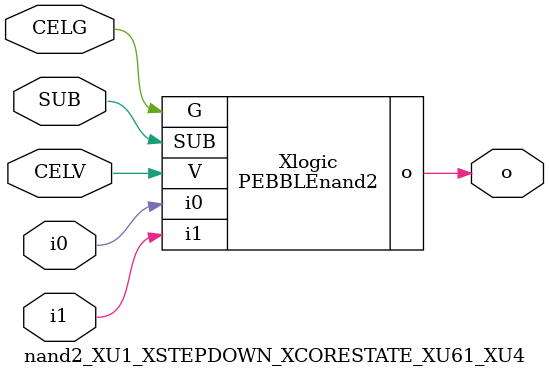
<source format=v>



module PEBBLEnand2 ( o, G, SUB, V, i0, i1 );

  input i0;
  input V;
  input i1;
  input G;
  output o;
  input SUB;
endmodule

//Celera Confidential Do Not Copy nand2_XU1_XSTEPDOWN_XCORESTATE_XU61_XU4
//Celera Confidential Symbol Generator
//5V NAND2
module nand2_XU1_XSTEPDOWN_XCORESTATE_XU61_XU4 (CELV,CELG,i0,i1,o,SUB);
input CELV;
input CELG;
input i0;
input i1;
input SUB;
output o;

//Celera Confidential Do Not Copy nand2
PEBBLEnand2 Xlogic(
.V (CELV),
.i0 (i0),
.i1 (i1),
.o (o),
.SUB (SUB),
.G (CELG)
);
//,diesize,PEBBLEnand2

//Celera Confidential Do Not Copy Module End
//Celera Schematic Generator
endmodule

</source>
